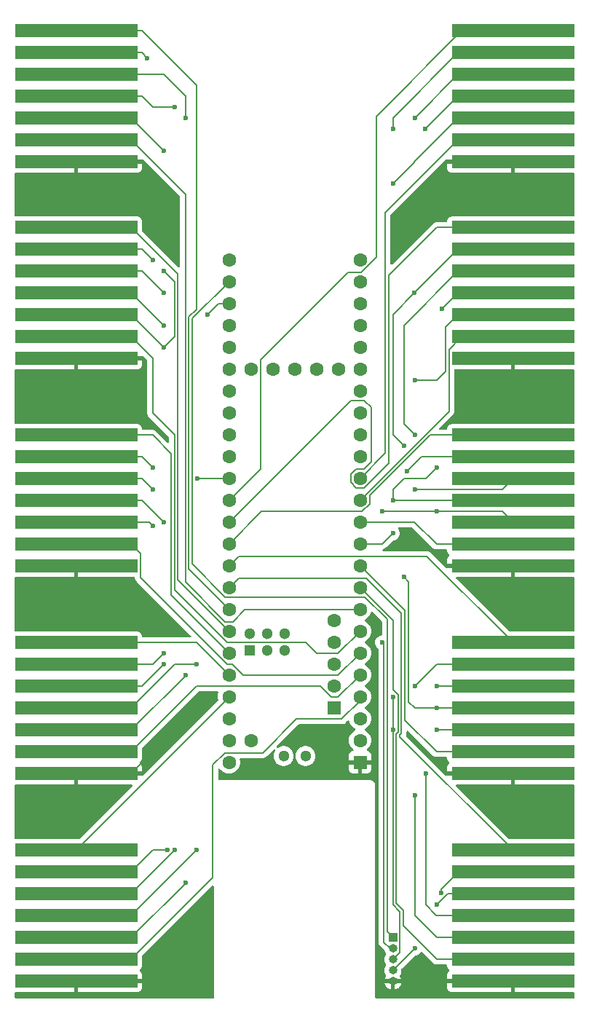
<source format=gbr>
%TF.GenerationSoftware,KiCad,Pcbnew,8.0.4*%
%TF.CreationDate,2024-11-18T10:24:52-08:00*%
%TF.ProjectId,Mother,4d6f7468-6572-42e6-9b69-6361645f7063,rev?*%
%TF.SameCoordinates,Original*%
%TF.FileFunction,Copper,L1,Top*%
%TF.FilePolarity,Positive*%
%FSLAX46Y46*%
G04 Gerber Fmt 4.6, Leading zero omitted, Abs format (unit mm)*
G04 Created by KiCad (PCBNEW 8.0.4) date 2024-11-18 10:24:52*
%MOMM*%
%LPD*%
G01*
G04 APERTURE LIST*
%TA.AperFunction,ConnectorPad*%
%ADD10R,14.300000X1.500000*%
%TD*%
%TA.AperFunction,ComponentPad*%
%ADD11R,1.000000X1.000000*%
%TD*%
%TA.AperFunction,ComponentPad*%
%ADD12O,1.000000X1.000000*%
%TD*%
%TA.AperFunction,ComponentPad*%
%ADD13R,1.600000X1.600000*%
%TD*%
%TA.AperFunction,ComponentPad*%
%ADD14C,1.600000*%
%TD*%
%TA.AperFunction,ComponentPad*%
%ADD15R,1.300000X1.300000*%
%TD*%
%TA.AperFunction,ComponentPad*%
%ADD16C,1.300000*%
%TD*%
%TA.AperFunction,ViaPad*%
%ADD17C,0.600000*%
%TD*%
%TA.AperFunction,Conductor*%
%ADD18C,0.200000*%
%TD*%
G04 APERTURE END LIST*
D10*
%TO.P,Channel7,1,Pin_1*%
%TO.N,OUT 7*%
X99695000Y-77470000D03*
%TO.P,Channel7,2,Pin_2*%
%TO.N,Vss*%
X99695000Y-80010000D03*
%TO.P,Channel7,3,Pin_3*%
%TO.N,Vdd*%
X99695000Y-82550000D03*
%TO.P,Channel7,4,Pin_4*%
%TO.N,SDI*%
X99695000Y-85090000D03*
%TO.P,Channel7,5,Pin_5*%
%TO.N,CKL*%
X99695000Y-87630000D03*
%TO.P,Channel7,6,Pin_6*%
%TO.N,CS 7*%
X99695000Y-90170000D03*
%TO.P,Channel7,7,Pin_7*%
%TO.N,GND*%
X99695000Y-92710000D03*
%TD*%
D11*
%TO.P,J1,1,Pin_1*%
%TO.N,GPIO14_TXD0*%
X136525000Y-160020000D03*
D12*
%TO.P,J1,2,Pin_2*%
%TO.N,GPIO15_RXD0*%
X136525000Y-161290000D03*
%TO.P,J1,3,Pin_3*%
%TO.N,Vss*%
X136525000Y-162560000D03*
%TO.P,J1,4,Pin_4*%
%TO.N,Vdd*%
X136525000Y-163830000D03*
%TO.P,J1,5,Pin_5*%
%TO.N,GND*%
X136525000Y-165100000D03*
%TD*%
D10*
%TO.P,Channel9,1,Pin_1*%
%TO.N,OUT 9*%
X99695000Y-125730000D03*
%TO.P,Channel9,2,Pin_2*%
%TO.N,Vss*%
X99695000Y-128270000D03*
%TO.P,Channel9,3,Pin_3*%
%TO.N,Vdd*%
X99695000Y-130810000D03*
%TO.P,Channel9,4,Pin_4*%
%TO.N,SDI*%
X99695000Y-133350000D03*
%TO.P,Channel9,5,Pin_5*%
%TO.N,CKL*%
X99695000Y-135890000D03*
%TO.P,Channel9,6,Pin_6*%
%TO.N,CS 9*%
X99695000Y-138430000D03*
%TO.P,Channel9,7,Pin_7*%
%TO.N,GND*%
X99695000Y-140970000D03*
%TD*%
%TO.P,Channel1,1,Pin_1*%
%TO.N,OUT 1*%
X150495000Y-54610000D03*
%TO.P,Channel1,2,Pin_2*%
%TO.N,Vss*%
X150495000Y-57150000D03*
%TO.P,Channel1,3,Pin_3*%
%TO.N,Vdd*%
X150495000Y-59690000D03*
%TO.P,Channel1,4,Pin_4*%
%TO.N,SDI*%
X150495000Y-62230000D03*
%TO.P,Channel1,5,Pin_5*%
%TO.N,CKL*%
X150495000Y-64770000D03*
%TO.P,Channel1,6,Pin_6*%
%TO.N,CS 1*%
X150495000Y-67310000D03*
%TO.P,Channel1,7,Pin_7*%
%TO.N,GND*%
X150495000Y-69850000D03*
%TD*%
%TO.P,Channel5,1,Pin_1*%
%TO.N,OUT 5*%
X150495000Y-149860000D03*
%TO.P,Channel5,2,Pin_2*%
%TO.N,Vss*%
X150495000Y-152400000D03*
%TO.P,Channel5,3,Pin_3*%
%TO.N,Vdd*%
X150495000Y-154940000D03*
%TO.P,Channel5,4,Pin_4*%
%TO.N,SDI*%
X150495000Y-157480000D03*
%TO.P,Channel5,5,Pin_5*%
%TO.N,CKL*%
X150495000Y-160020000D03*
%TO.P,Channel5,6,Pin_6*%
%TO.N,CS 5*%
X150495000Y-162560000D03*
%TO.P,Channel5,7,Pin_7*%
%TO.N,GND*%
X150495000Y-165100000D03*
%TD*%
%TO.P,Channel10,1,Pin_1*%
%TO.N,OUT 10*%
X99695000Y-149860000D03*
%TO.P,Channel10,2,Pin_2*%
%TO.N,Vss*%
X99695000Y-152400000D03*
%TO.P,Channel10,3,Pin_3*%
%TO.N,Vdd*%
X99695000Y-154940000D03*
%TO.P,Channel10,4,Pin_4*%
%TO.N,SDI*%
X99695000Y-157480000D03*
%TO.P,Channel10,5,Pin_5*%
%TO.N,CKL*%
X99695000Y-160020000D03*
%TO.P,Channel10,6,Pin_6*%
%TO.N,CS 10*%
X99695000Y-162560000D03*
%TO.P,Channel10,7,Pin_7*%
%TO.N,GND*%
X99695000Y-165100000D03*
%TD*%
%TO.P,Channel6,1,Pin_1*%
%TO.N,OUT 6*%
X99695000Y-54610000D03*
%TO.P,Channel6,2,Pin_2*%
%TO.N,Vss*%
X99695000Y-57150000D03*
%TO.P,Channel6,3,Pin_3*%
%TO.N,Vdd*%
X99695000Y-59690000D03*
%TO.P,Channel6,4,Pin_4*%
%TO.N,SDI*%
X99695000Y-62230000D03*
%TO.P,Channel6,5,Pin_5*%
%TO.N,CKL*%
X99695000Y-64770000D03*
%TO.P,Channel6,6,Pin_6*%
%TO.N,CS 6*%
X99695000Y-67310000D03*
%TO.P,Channel6,7,Pin_7*%
%TO.N,GND*%
X99695000Y-69850000D03*
%TD*%
%TO.P,Channel2,1,Pin_1*%
%TO.N,OUT 2*%
X150495000Y-77470000D03*
%TO.P,Channel2,2,Pin_2*%
%TO.N,Vss*%
X150495000Y-80010000D03*
%TO.P,Channel2,3,Pin_3*%
%TO.N,Vdd*%
X150495000Y-82550000D03*
%TO.P,Channel2,4,Pin_4*%
%TO.N,SDI*%
X150495000Y-85090000D03*
%TO.P,Channel2,5,Pin_5*%
%TO.N,CKL*%
X150495000Y-87630000D03*
%TO.P,Channel2,6,Pin_6*%
%TO.N,CS 2*%
X150495000Y-90170000D03*
%TO.P,Channel2,7,Pin_7*%
%TO.N,GND*%
X150495000Y-92710000D03*
%TD*%
%TO.P,Channel8,1,Pin_1*%
%TO.N,OUT 8*%
X99695000Y-101600000D03*
%TO.P,Channel8,2,Pin_2*%
%TO.N,Vss*%
X99695000Y-104140000D03*
%TO.P,Channel8,3,Pin_3*%
%TO.N,Vdd*%
X99695000Y-106680000D03*
%TO.P,Channel8,4,Pin_4*%
%TO.N,SDI*%
X99695000Y-109220000D03*
%TO.P,Channel8,5,Pin_5*%
%TO.N,CKL*%
X99695000Y-111760000D03*
%TO.P,Channel8,6,Pin_6*%
%TO.N,CS 8*%
X99695000Y-114300000D03*
%TO.P,Channel8,7,Pin_7*%
%TO.N,GND*%
X99695000Y-116840000D03*
%TD*%
%TO.P,Channel4,1,Pin_1*%
%TO.N,OUT 4*%
X150495000Y-125730000D03*
%TO.P,Channel4,2,Pin_2*%
%TO.N,Vss*%
X150495000Y-128270000D03*
%TO.P,Channel4,3,Pin_3*%
%TO.N,Vdd*%
X150495000Y-130810000D03*
%TO.P,Channel4,4,Pin_4*%
%TO.N,SDI*%
X150495000Y-133350000D03*
%TO.P,Channel4,5,Pin_5*%
%TO.N,CKL*%
X150495000Y-135890000D03*
%TO.P,Channel4,6,Pin_6*%
%TO.N,CS 4*%
X150495000Y-138430000D03*
%TO.P,Channel4,7,Pin_7*%
%TO.N,GND*%
X150495000Y-140970000D03*
%TD*%
D13*
%TO.P,U1,1,GND*%
%TO.N,GND*%
X132715000Y-139649200D03*
D14*
%TO.P,U1,2,0_RX1_CRX2_CS1*%
%TO.N,unconnected-(U1-0_RX1_CRX2_CS1-Pad2)*%
X132715000Y-137109200D03*
%TO.P,U1,3,1_TX1_CTX2_MISO1*%
%TO.N,unconnected-(U1-1_TX1_CTX2_MISO1-Pad3)*%
X132715000Y-134569200D03*
%TO.P,U1,4,2_OUT2*%
%TO.N,CS 10*%
X132715000Y-132029200D03*
%TO.P,U1,5,3_LRCLK2*%
%TO.N,CS 9*%
X132715000Y-129489200D03*
%TO.P,U1,6,4_BCLK2*%
%TO.N,CS 8*%
X132715000Y-126949200D03*
%TO.P,U1,7,5_IN2*%
%TO.N,CS 7*%
X132715000Y-124409200D03*
%TO.P,U1,8,6_OUT1D*%
%TO.N,CS 6*%
X132715000Y-121869200D03*
%TO.P,U1,9,7_RX2_OUT1A*%
%TO.N,CS 5*%
X132715000Y-119329200D03*
%TO.P,U1,10,8_TX2_IN1*%
%TO.N,CS 4*%
X132715000Y-116789200D03*
%TO.P,U1,11,9_OUT1C*%
%TO.N,SDI*%
X132715000Y-114249200D03*
%TO.P,U1,12,10_CS_MQSR*%
%TO.N,CS 3*%
X132715000Y-111709200D03*
%TO.P,U1,13,11_MOSI_CTX1*%
%TO.N,CS 2*%
X132715000Y-109169200D03*
%TO.P,U1,14,12_MISO_MQSL*%
%TO.N,CS 1*%
X132715000Y-106629200D03*
%TO.P,U1,15,3V3*%
%TO.N,unconnected-(U1-3V3-Pad15)*%
X132715000Y-104089200D03*
%TO.P,U1,16,24_A10_TX6_SCL2*%
%TO.N,unconnected-(U1-24_A10_TX6_SCL2-Pad16)*%
X132715000Y-101549200D03*
%TO.P,U1,17,25_A11_RX6_SDA2*%
%TO.N,unconnected-(U1-25_A11_RX6_SDA2-Pad17)*%
X132715000Y-99009200D03*
%TO.P,U1,18,26_A12_MOSI1*%
%TO.N,unconnected-(U1-26_A12_MOSI1-Pad18)*%
X132715000Y-96469200D03*
%TO.P,U1,19,27_A13_SCK1*%
%TO.N,unconnected-(U1-27_A13_SCK1-Pad19)*%
X132715000Y-93929200D03*
%TO.P,U1,20,28_RX7*%
%TO.N,unconnected-(U1-28_RX7-Pad20)*%
X132715000Y-91389200D03*
%TO.P,U1,21,29_TX7*%
%TO.N,unconnected-(U1-29_TX7-Pad21)*%
X132715000Y-88849200D03*
%TO.P,U1,22,30_CRX3*%
%TO.N,unconnected-(U1-30_CRX3-Pad22)*%
X132715000Y-86309200D03*
%TO.P,U1,23,31_CTX3*%
%TO.N,unconnected-(U1-31_CTX3-Pad23)*%
X132715000Y-83769200D03*
%TO.P,U1,24,32_OUT1B*%
%TO.N,unconnected-(U1-32_OUT1B-Pad24)*%
X132715000Y-81229200D03*
%TO.P,U1,25,33_MCLK2*%
%TO.N,unconnected-(U1-33_MCLK2-Pad25)*%
X117475000Y-81229200D03*
%TO.P,U1,26,34_RX8*%
%TO.N,GPIO14_TXD0*%
X117475000Y-83769200D03*
%TO.P,U1,27,35_TX8*%
%TO.N,GPIO15_RXD0*%
X117475000Y-86309200D03*
%TO.P,U1,28,36_CS*%
%TO.N,unconnected-(U1-36_CS-Pad28)*%
X117475000Y-88849200D03*
%TO.P,U1,29,37_CS*%
%TO.N,unconnected-(U1-37_CS-Pad29)*%
X117475000Y-91389200D03*
%TO.P,U1,30,38_CS1_IN1*%
%TO.N,unconnected-(U1-38_CS1_IN1-Pad30)*%
X117475000Y-93929200D03*
%TO.P,U1,31,39_MISO1_OUT1A*%
%TO.N,unconnected-(U1-39_MISO1_OUT1A-Pad31)*%
X117475000Y-96469200D03*
%TO.P,U1,32,40_A16*%
%TO.N,unconnected-(U1-40_A16-Pad32)*%
X117475000Y-99009200D03*
%TO.P,U1,33,41_A17*%
%TO.N,unconnected-(U1-41_A17-Pad33)*%
X117475000Y-101549200D03*
%TO.P,U1,34,GND*%
%TO.N,unconnected-(U1-GND-Pad34)*%
X117475000Y-104089200D03*
%TO.P,U1,35,13_SCK_LED*%
%TO.N,CKL*%
X117475000Y-106629200D03*
%TO.P,U1,36,14_A0_TX3_SPDIF_OUT*%
%TO.N,OUT 1*%
X117475000Y-109169200D03*
%TO.P,U1,37,15_A1_RX3_SPDIF_IN*%
%TO.N,OUT 2*%
X117475000Y-111709200D03*
%TO.P,U1,38,16_A2_RX4_SCL1*%
%TO.N,OUT 3*%
X117475000Y-114249200D03*
%TO.P,U1,39,17_A3_TX4_SDA1*%
%TO.N,OUT 4*%
X117475000Y-116789200D03*
%TO.P,U1,40,18_A4_SDA*%
%TO.N,OUT 5*%
X117475000Y-119329200D03*
%TO.P,U1,41,19_A5_SCL*%
%TO.N,OUT 6*%
X117475000Y-121869200D03*
%TO.P,U1,42,20_A6_TX5_LRCLK1*%
%TO.N,OUT 7*%
X117475000Y-124409200D03*
%TO.P,U1,43,21_A7_RX5_BCLK1*%
%TO.N,OUT 8*%
X117475000Y-126949200D03*
%TO.P,U1,44,22_A8_CTX1*%
%TO.N,OUT 9*%
X117475000Y-129489200D03*
%TO.P,U1,45,23_A9_CRX1_MCLK1*%
%TO.N,OUT 10*%
X117475000Y-132029200D03*
%TO.P,U1,46,3V3*%
%TO.N,unconnected-(U1-3V3-Pad46)*%
X117475000Y-134569200D03*
%TO.P,U1,47,GND*%
%TO.N,unconnected-(U1-GND-Pad47)*%
X117475000Y-137109200D03*
%TO.P,U1,48,VIN*%
%TO.N,unconnected-(U1-VIN-Pad48)*%
X117475000Y-139649200D03*
%TO.P,U1,49*%
%TO.N,N/C*%
X120015000Y-137109200D03*
%TO.P,U1,50*%
X130175000Y-93929200D03*
%TO.P,U1,51*%
X127635000Y-93929200D03*
%TO.P,U1,52*%
X125095000Y-93929200D03*
%TO.P,U1,53*%
X122555000Y-93929200D03*
%TO.P,U1,54*%
X120015000Y-93929200D03*
D13*
%TO.P,U1,55*%
X129664200Y-133350000D03*
D14*
%TO.P,U1,56*%
X129664200Y-130810000D03*
%TO.P,U1,57*%
X129664200Y-128270000D03*
%TO.P,U1,58*%
X129664200Y-125730000D03*
%TO.P,U1,59*%
X129664200Y-123190000D03*
D15*
%TO.P,U1,60*%
X119913400Y-126679200D03*
D16*
%TO.P,U1,61*%
X121913400Y-126679200D03*
%TO.P,U1,62*%
X123913400Y-126679200D03*
%TO.P,U1,63*%
X123913400Y-124679200D03*
%TO.P,U1,64*%
X121913400Y-124679200D03*
%TO.P,U1,65*%
X119913400Y-124679200D03*
%TO.P,U1,66*%
X123825000Y-138919200D03*
%TO.P,U1,67*%
X126365000Y-138919200D03*
%TD*%
D10*
%TO.P,Channel3,1,Pin_1*%
%TO.N,OUT 3*%
X150495000Y-101600000D03*
%TO.P,Channel3,2,Pin_2*%
%TO.N,Vss*%
X150495000Y-104140000D03*
%TO.P,Channel3,3,Pin_3*%
%TO.N,Vdd*%
X150495000Y-106680000D03*
%TO.P,Channel3,4,Pin_4*%
%TO.N,SDI*%
X150495000Y-109220000D03*
%TO.P,Channel3,5,Pin_5*%
%TO.N,CKL*%
X150495000Y-111760000D03*
%TO.P,Channel3,6,Pin_6*%
%TO.N,CS 3*%
X150495000Y-114300000D03*
%TO.P,Channel3,7,Pin_7*%
%TO.N,GND*%
X150495000Y-116840000D03*
%TD*%
D17*
%TO.N,Vdd*%
X111125000Y-149860000D03*
X141605000Y-130810000D03*
X139065000Y-101600000D03*
X112395000Y-64770000D03*
X141605000Y-156210000D03*
X139065000Y-161290000D03*
X109855000Y-85090000D03*
X108585000Y-107950000D03*
X109855000Y-128270000D03*
X139065000Y-107950000D03*
X139065000Y-64720000D03*
%TO.N,CKL*%
X139065000Y-95250000D03*
X139065000Y-143510000D03*
X135255000Y-110490000D03*
X112395000Y-153670000D03*
X141605000Y-135890000D03*
X141605000Y-110490000D03*
X109855000Y-82550000D03*
X136525000Y-72390000D03*
X113795000Y-106680000D03*
X112395000Y-129540000D03*
X108585000Y-112181471D03*
X109855000Y-91440000D03*
X109855000Y-68580000D03*
%TO.N,GND*%
X115570000Y-132080000D03*
X110490000Y-162560000D03*
X152400000Y-144780000D03*
X99060000Y-121920000D03*
X125730000Y-135890000D03*
X99060000Y-97790000D03*
X100330000Y-144780000D03*
X134620000Y-139700000D03*
X152400000Y-120650000D03*
X99060000Y-73660000D03*
X151130000Y-73660000D03*
X140970000Y-165100000D03*
X151130000Y-96520000D03*
%TO.N,SDI*%
X140335000Y-140970000D03*
X136525000Y-109220000D03*
X113665000Y-128270000D03*
X136525000Y-113030000D03*
X141605000Y-133350000D03*
X142215000Y-86970000D03*
X140310000Y-66015000D03*
X111125000Y-63500000D03*
X109855000Y-88900000D03*
X137795000Y-118110000D03*
X113665000Y-149860000D03*
X109855000Y-111760000D03*
X141605000Y-105410000D03*
%TO.N,Vss*%
X139065000Y-130810000D03*
X109855000Y-127000000D03*
X108585000Y-105410000D03*
X139040000Y-85065000D03*
X138206765Y-105821765D03*
X136525000Y-132080000D03*
X136525000Y-135890000D03*
X142115735Y-154850735D03*
X136525000Y-66040000D03*
X107950000Y-57785000D03*
X110276471Y-149860000D03*
X108585000Y-81280000D03*
X137795000Y-102870000D03*
%TO.N,GPIO15_RXD0*%
X114935000Y-87630000D03*
X135255000Y-125730000D03*
%TD*%
D18*
%TO.N,Vdd*%
X149225000Y-107950000D02*
X150495000Y-106680000D01*
X139065000Y-161290000D02*
X136525000Y-163830000D01*
X142875000Y-154940000D02*
X150495000Y-154940000D01*
X144095000Y-82550000D02*
X150495000Y-82550000D01*
X137795000Y-88850000D02*
X144095000Y-82550000D01*
X144095000Y-59690000D02*
X150495000Y-59690000D01*
X106045000Y-154940000D02*
X111125000Y-149860000D01*
X99695000Y-130810000D02*
X107315000Y-130810000D01*
X112395000Y-64770000D02*
X112395000Y-62230000D01*
X139065000Y-101600000D02*
X137795000Y-100330000D01*
X109855000Y-59690000D02*
X99695000Y-59690000D01*
X107315000Y-130810000D02*
X109855000Y-128270000D01*
X139065000Y-64720000D02*
X144095000Y-59690000D01*
X107315000Y-106680000D02*
X99695000Y-106680000D01*
X137795000Y-100330000D02*
X137795000Y-88850000D01*
X99695000Y-82550000D02*
X107315000Y-82550000D01*
X139065000Y-107950000D02*
X149225000Y-107950000D01*
X108585000Y-107950000D02*
X107315000Y-106680000D01*
X141605000Y-130810000D02*
X150495000Y-130810000D01*
X107315000Y-82550000D02*
X109855000Y-85090000D01*
X112395000Y-62230000D02*
X109855000Y-59690000D01*
X141605000Y-156210000D02*
X142875000Y-154940000D01*
X99695000Y-154940000D02*
X106045000Y-154940000D01*
%TO.N,OUT 1*%
X134585000Y-64560000D02*
X134585000Y-80914835D01*
X150495000Y-54610000D02*
X144535000Y-54610000D01*
X144535000Y-54610000D02*
X134585000Y-64560000D01*
X134585000Y-80914835D02*
X132830635Y-82669200D01*
X132830635Y-82669200D02*
X131325800Y-82669200D01*
X121115000Y-105529200D02*
X117475000Y-109169200D01*
X131325800Y-82669200D02*
X121115000Y-92880000D01*
X121115000Y-92880000D02*
X121115000Y-105529200D01*
%TO.N,CS 1*%
X135655000Y-75750000D02*
X135655000Y-103689200D01*
X150495000Y-67310000D02*
X144095000Y-67310000D01*
X144095000Y-67310000D02*
X135655000Y-75750000D01*
X135655000Y-103689200D02*
X132715000Y-106629200D01*
%TO.N,CKL*%
X106095000Y-160020000D02*
X112395000Y-153720000D01*
X106095000Y-135890000D02*
X99695000Y-135890000D01*
X144095000Y-87630000D02*
X150495000Y-87630000D01*
X141605000Y-135890000D02*
X150495000Y-135890000D01*
X142645000Y-94210000D02*
X142645000Y-89080000D01*
X112395000Y-129540000D02*
X112395000Y-129590000D01*
X142645000Y-89080000D02*
X144095000Y-87630000D01*
X99695000Y-160020000D02*
X106095000Y-160020000D01*
X136525000Y-72390000D02*
X139015000Y-69900000D01*
X117424200Y-106680000D02*
X117475000Y-106629200D01*
X141605000Y-160020000D02*
X150495000Y-160020000D01*
X108585000Y-112181471D02*
X108163529Y-111760000D01*
X113795000Y-106680000D02*
X117424200Y-106680000D01*
X139065000Y-143510000D02*
X139065000Y-157480000D01*
X139065000Y-95250000D02*
X141605000Y-95250000D01*
X139065000Y-157480000D02*
X141605000Y-160020000D01*
X99695000Y-64770000D02*
X106045000Y-64770000D01*
X108163529Y-111760000D02*
X99695000Y-111760000D01*
X139015000Y-69850000D02*
X144095000Y-64770000D01*
X150495000Y-111760000D02*
X149225000Y-110490000D01*
X109855000Y-91440000D02*
X111125000Y-90170000D01*
X112395000Y-129590000D02*
X106095000Y-135890000D01*
X106045000Y-87630000D02*
X99695000Y-87630000D01*
X139015000Y-69900000D02*
X139015000Y-69850000D01*
X106045000Y-64770000D02*
X109855000Y-68580000D01*
X111125000Y-83820000D02*
X109855000Y-82550000D01*
X149225000Y-110490000D02*
X135255000Y-110490000D01*
X141605000Y-95250000D02*
X142645000Y-94210000D01*
X112395000Y-153720000D02*
X112395000Y-153670000D01*
X111125000Y-90170000D02*
X111125000Y-83820000D01*
X109855000Y-91440000D02*
X106045000Y-87630000D01*
X144095000Y-64770000D02*
X150495000Y-64770000D01*
%TO.N,GND*%
X150495000Y-92710000D02*
X150495000Y-95885000D01*
X150495000Y-142875000D02*
X152400000Y-144780000D01*
X99695000Y-165100000D02*
X107950000Y-165100000D01*
X150495000Y-73025000D02*
X151130000Y-73660000D01*
X100330000Y-144780000D02*
X100330000Y-143510000D01*
X134569200Y-139649200D02*
X134620000Y-139700000D01*
X100330000Y-143510000D02*
X99695000Y-142875000D01*
X99060000Y-97790000D02*
X99695000Y-97155000D01*
X150495000Y-69850000D02*
X150495000Y-73025000D01*
X150495000Y-116840000D02*
X150495000Y-118745000D01*
X99695000Y-121285000D02*
X99695000Y-116840000D01*
X99695000Y-69850000D02*
X99695000Y-73025000D01*
X129489200Y-139649200D02*
X132715000Y-139649200D01*
X125730000Y-135890000D02*
X129489200Y-139649200D01*
X99695000Y-73025000D02*
X99060000Y-73660000D01*
X150495000Y-165100000D02*
X140970000Y-165100000D01*
X150495000Y-118745000D02*
X152400000Y-120650000D01*
X99695000Y-142875000D02*
X99695000Y-140970000D01*
X150495000Y-95885000D02*
X151130000Y-96520000D01*
X132715000Y-139649200D02*
X134569200Y-139649200D01*
X150495000Y-140970000D02*
X150495000Y-142875000D01*
X99695000Y-140970000D02*
X106095000Y-140970000D01*
X99060000Y-121920000D02*
X99695000Y-121285000D01*
X106095000Y-140970000D02*
X114985000Y-132080000D01*
X114985000Y-132080000D02*
X115570000Y-132080000D01*
X99695000Y-97155000D02*
X99695000Y-92710000D01*
X107950000Y-165100000D02*
X110490000Y-162560000D01*
%TO.N,SDI*%
X144095000Y-85090000D02*
X150495000Y-85090000D01*
X142215000Y-86970000D02*
X144095000Y-85090000D01*
X107315000Y-62230000D02*
X99695000Y-62230000D01*
X150495000Y-157480000D02*
X141592500Y-157480000D01*
X140335000Y-156222500D02*
X140335000Y-140970000D01*
X141605000Y-133350000D02*
X139065000Y-133350000D01*
X136525000Y-113030000D02*
X135305800Y-114249200D01*
X135305800Y-114249200D02*
X132715000Y-114249200D01*
X140310000Y-66015000D02*
X144095000Y-62230000D01*
X137795000Y-106680000D02*
X136525000Y-107950000D01*
X106045000Y-133350000D02*
X99695000Y-133350000D01*
X141605000Y-105410000D02*
X140335000Y-106680000D01*
X106045000Y-85090000D02*
X109855000Y-88900000D01*
X141605000Y-133350000D02*
X150495000Y-133350000D01*
X109855000Y-111760000D02*
X107315000Y-109220000D01*
X111125000Y-63500000D02*
X108585000Y-63500000D01*
X108585000Y-63500000D02*
X107315000Y-62230000D01*
X111125000Y-128270000D02*
X106045000Y-133350000D01*
X107315000Y-109220000D02*
X99695000Y-109220000D01*
X136525000Y-107950000D02*
X136525000Y-109220000D01*
X113665000Y-128270000D02*
X111125000Y-128270000D01*
X99695000Y-85090000D02*
X106045000Y-85090000D01*
X140335000Y-106680000D02*
X137795000Y-106680000D01*
X139065000Y-133350000D02*
X138325000Y-132610000D01*
X99695000Y-157480000D02*
X106045000Y-157480000D01*
X144095000Y-62230000D02*
X150495000Y-62230000D01*
X141592500Y-157480000D02*
X140335000Y-156222500D01*
X138325000Y-132610000D02*
X138325000Y-118640000D01*
X106045000Y-157480000D02*
X113665000Y-149860000D01*
X150495000Y-109220000D02*
X136525000Y-109220000D01*
X138325000Y-118640000D02*
X137795000Y-118110000D01*
%TO.N,Vss*%
X107315000Y-57150000D02*
X99695000Y-57150000D01*
X136525000Y-87580000D02*
X139040000Y-85065000D01*
X108585000Y-149860000D02*
X106045000Y-152400000D01*
X139888530Y-104140000D02*
X150495000Y-104140000D01*
X99695000Y-104140000D02*
X107315000Y-104140000D01*
X107315000Y-80010000D02*
X99695000Y-80010000D01*
X106045000Y-152400000D02*
X99695000Y-152400000D01*
X136525000Y-156210000D02*
X137325000Y-157010000D01*
X144095000Y-80010000D02*
X150495000Y-80010000D01*
X141605000Y-128270000D02*
X150495000Y-128270000D01*
X139040000Y-85065000D02*
X144095000Y-80010000D01*
X138206765Y-105821765D02*
X139888530Y-104140000D01*
X108585000Y-128270000D02*
X109855000Y-127000000D01*
X150495000Y-57150000D02*
X144095000Y-57150000D01*
X137325000Y-157010000D02*
X137325000Y-161760000D01*
X136525000Y-64720000D02*
X136525000Y-66040000D01*
X108585000Y-81280000D02*
X107315000Y-80010000D01*
X139065000Y-130810000D02*
X141605000Y-128270000D01*
X144095000Y-57150000D02*
X136525000Y-64720000D01*
X136525000Y-132080000D02*
X136525000Y-135890000D01*
X142115735Y-154850735D02*
X142115735Y-154429265D01*
X107950000Y-57785000D02*
X107315000Y-57150000D01*
X136525000Y-101600000D02*
X136525000Y-87580000D01*
X142115735Y-154429265D02*
X144145000Y-152400000D01*
X110276471Y-149860000D02*
X108585000Y-149860000D01*
X107315000Y-104140000D02*
X108585000Y-105410000D01*
X144145000Y-152400000D02*
X150495000Y-152400000D01*
X99695000Y-128270000D02*
X108585000Y-128270000D01*
X136525000Y-135890000D02*
X136525000Y-156210000D01*
X137325000Y-161760000D02*
X136525000Y-162560000D01*
X137795000Y-102870000D02*
X136525000Y-101600000D01*
%TO.N,OUT 2*%
X133985000Y-98383565D02*
X133170635Y-97569200D01*
X133170635Y-105529200D02*
X133985000Y-104714835D01*
X132259365Y-105529200D02*
X133170635Y-105529200D01*
X141605000Y-77470000D02*
X136055000Y-83020000D01*
X133985000Y-104714835D02*
X133985000Y-98383565D01*
X133170635Y-97569200D02*
X131615000Y-97569200D01*
X136055000Y-83020000D02*
X136055000Y-104844835D01*
X150495000Y-77470000D02*
X141605000Y-77470000D01*
X131615000Y-106173565D02*
X132259365Y-105529200D01*
X132259365Y-107729200D02*
X131615000Y-107084835D01*
X131615000Y-107084835D02*
X131615000Y-106173565D01*
X136055000Y-104844835D02*
X133170635Y-107729200D01*
X131615000Y-97569200D02*
X117475000Y-111709200D01*
X133170635Y-107729200D02*
X132259365Y-107729200D01*
%TO.N,CS 2*%
X143045000Y-98839200D02*
X132715000Y-109169200D01*
X143045000Y-91660000D02*
X143045000Y-98839200D01*
X144535000Y-90170000D02*
X143045000Y-91660000D01*
X150495000Y-90170000D02*
X144535000Y-90170000D01*
%TO.N,CS 3*%
X141605000Y-114300000D02*
X139014200Y-111709200D01*
X150495000Y-114300000D02*
X141605000Y-114300000D01*
X139014200Y-111709200D02*
X132715000Y-111709200D01*
%TO.N,OUT 3*%
X132949835Y-110490000D02*
X121234200Y-110490000D01*
X133815000Y-108634886D02*
X133815000Y-109624835D01*
X140849886Y-101600000D02*
X133815000Y-108634886D01*
X133815000Y-109624835D02*
X132949835Y-110490000D01*
X150495000Y-101600000D02*
X140849886Y-101600000D01*
X121234200Y-110490000D02*
X117475000Y-114249200D01*
%TO.N,CS 5*%
X136525000Y-123139200D02*
X132715000Y-119329200D01*
X137125000Y-136138529D02*
X137125000Y-131831471D01*
X137725000Y-158680000D02*
X137725000Y-156844314D01*
X141605000Y-162560000D02*
X137725000Y-158680000D01*
X136925000Y-156044314D02*
X136925000Y-136338529D01*
X137725000Y-156844314D02*
X136925000Y-156044314D01*
X150495000Y-162560000D02*
X141605000Y-162560000D01*
X137125000Y-131831471D02*
X136525000Y-131231471D01*
X136925000Y-136338529D02*
X137125000Y-136138529D01*
X136525000Y-131231471D02*
X136525000Y-123139200D01*
%TO.N,OUT 5*%
X137525000Y-122354314D02*
X133399886Y-118229200D01*
X118575000Y-118229200D02*
X117475000Y-119329200D01*
X137525000Y-136304215D02*
X137525000Y-122354314D01*
X137325000Y-136504215D02*
X137525000Y-136304215D01*
X150495000Y-149860000D02*
X137325000Y-136690000D01*
X133399886Y-118229200D02*
X118575000Y-118229200D01*
X137325000Y-136690000D02*
X137325000Y-136504215D01*
%TO.N,OUT 6*%
X107340000Y-54610000D02*
X99695000Y-54610000D01*
X112795000Y-117189200D02*
X112795000Y-87883514D01*
X117475000Y-121869200D02*
X112795000Y-117189200D01*
X113665000Y-60935000D02*
X107340000Y-54610000D01*
X112795000Y-87883514D02*
X113665000Y-87013514D01*
X113665000Y-87013514D02*
X113665000Y-60935000D01*
%TO.N,CS 6*%
X99695000Y-67310000D02*
X106095000Y-67310000D01*
X117930635Y-123309200D02*
X119319835Y-121920000D01*
X119319835Y-121920000D02*
X132664200Y-121920000D01*
X132664200Y-121920000D02*
X132715000Y-121869200D01*
X112395000Y-118684835D02*
X117019365Y-123309200D01*
X106095000Y-67310000D02*
X112395000Y-73610000D01*
X112395000Y-73610000D02*
X112395000Y-118684835D01*
X117019365Y-123309200D02*
X117930635Y-123309200D01*
%TO.N,OUT 7*%
X106095000Y-77470000D02*
X111525000Y-82900000D01*
X99695000Y-77470000D02*
X106095000Y-77470000D01*
X111525000Y-82900000D02*
X111525000Y-118459200D01*
X111525000Y-118459200D02*
X117475000Y-124409200D01*
%TO.N,CS 7*%
X117240165Y-125730000D02*
X111125000Y-119614835D01*
X122306903Y-125729200D02*
X117475800Y-125729200D01*
X123519897Y-125729200D02*
X123519097Y-125730000D01*
X111125000Y-119614835D02*
X111125000Y-101600000D01*
X108585000Y-92660000D02*
X106095000Y-90170000D01*
X117475000Y-125730000D02*
X117240165Y-125730000D01*
X124306903Y-125729200D02*
X123519897Y-125729200D01*
X130124200Y-127000000D02*
X127635000Y-127000000D01*
X132715000Y-124409200D02*
X130124200Y-127000000D01*
X111125000Y-101600000D02*
X108585000Y-99060000D01*
X117475800Y-125729200D02*
X117475000Y-125730000D01*
X126365000Y-125730000D02*
X124307703Y-125730000D01*
X106095000Y-90170000D02*
X99695000Y-90170000D01*
X124307703Y-125730000D02*
X124306903Y-125729200D01*
X108585000Y-99060000D02*
X108585000Y-92660000D01*
X122307703Y-125730000D02*
X122306903Y-125729200D01*
X127635000Y-127000000D02*
X126365000Y-125730000D01*
X123519097Y-125730000D02*
X122307703Y-125730000D01*
%TO.N,OUT 8*%
X99695000Y-101600000D02*
X108585000Y-101600000D01*
X108585000Y-101600000D02*
X110725000Y-103740000D01*
X110725000Y-103740000D02*
X110725000Y-120199200D01*
X110725000Y-120199200D02*
X117475000Y-126949200D01*
%TO.N,CS 8*%
X130124200Y-129540000D02*
X132715000Y-126949200D01*
X106095000Y-114300000D02*
X107145000Y-115350000D01*
X99695000Y-114300000D02*
X106095000Y-114300000D01*
X117811435Y-128270000D02*
X119081435Y-129540000D01*
X107145000Y-115350000D02*
X107145000Y-118174835D01*
X107145000Y-118174835D02*
X117240165Y-128270000D01*
X119081435Y-129540000D02*
X130124200Y-129540000D01*
X117240165Y-128270000D02*
X117811435Y-128270000D01*
%TO.N,OUT 9*%
X99695000Y-125730000D02*
X113715800Y-125730000D01*
X113715800Y-125730000D02*
X117475000Y-129489200D01*
%TO.N,CS 9*%
X106095000Y-138430000D02*
X113715000Y-130810000D01*
X129378565Y-132080000D02*
X130124200Y-132080000D01*
X128108565Y-130810000D02*
X129378565Y-132080000D01*
X113715000Y-130810000D02*
X128108565Y-130810000D01*
X99695000Y-138430000D02*
X106095000Y-138430000D01*
X130124200Y-132080000D02*
X132715000Y-129489200D01*
%TO.N,OUT 10*%
X99695000Y-149860000D02*
X99695000Y-149809200D01*
X99695000Y-149809200D02*
X117475000Y-132029200D01*
%TO.N,CS 10*%
X115605000Y-139963565D02*
X117019365Y-138549200D01*
X117019365Y-138549200D02*
X121404200Y-138549200D01*
X125333400Y-134620000D02*
X130594200Y-134620000D01*
X115605000Y-153050000D02*
X115605000Y-139963565D01*
X106095000Y-162560000D02*
X115605000Y-153050000D01*
X130594200Y-134620000D02*
X132715000Y-132499200D01*
X132715000Y-132499200D02*
X132715000Y-132029200D01*
X121404200Y-138549200D02*
X125333400Y-134620000D01*
X99695000Y-162560000D02*
X106095000Y-162560000D01*
%TO.N,GPIO15_RXD0*%
X117475000Y-86309200D02*
X116255800Y-86309200D01*
X135455000Y-125930000D02*
X135455000Y-160550000D01*
X136195000Y-161290000D02*
X136525000Y-161290000D01*
X135455000Y-160550000D02*
X136195000Y-161290000D01*
X135255000Y-125730000D02*
X135455000Y-125930000D01*
X116255800Y-86309200D02*
X114935000Y-87630000D01*
%TO.N,GPIO14_TXD0*%
X135855000Y-123034886D02*
X133249314Y-120429200D01*
X136525000Y-160020000D02*
X135855000Y-159350000D01*
X117019365Y-120429200D02*
X113195000Y-116604835D01*
X133249314Y-120429200D02*
X117019365Y-120429200D01*
X113195000Y-116604835D02*
X113195000Y-88049200D01*
X135855000Y-159350000D02*
X135855000Y-123034886D01*
X113195000Y-88049200D02*
X117475000Y-83769200D01*
%TO.N,CS 4*%
X141605000Y-138430000D02*
X137925000Y-134750000D01*
X137925000Y-134750000D02*
X137925000Y-121999200D01*
X137925000Y-121999200D02*
X132715000Y-116789200D01*
X150495000Y-138430000D02*
X141605000Y-138430000D01*
%TO.N,OUT 4*%
X118575000Y-115689200D02*
X117475000Y-116789200D01*
X150495000Y-125730000D02*
X140454200Y-115689200D01*
X140454200Y-115689200D02*
X118575000Y-115689200D01*
%TD*%
%TA.AperFunction,Conductor*%
%TO.N,GND*%
G36*
X115623834Y-153982914D02*
G01*
X115679767Y-154024786D01*
X115704184Y-154090250D01*
X115704500Y-154099096D01*
X115704500Y-167015500D01*
X115684815Y-167082539D01*
X115632011Y-167128294D01*
X115580500Y-167139500D01*
X92699500Y-167139500D01*
X92632461Y-167119815D01*
X92586706Y-167067011D01*
X92575500Y-167015500D01*
X92575500Y-166474000D01*
X92595185Y-166406961D01*
X92647989Y-166361206D01*
X92699500Y-166350000D01*
X99445000Y-166350000D01*
X99945000Y-166350000D01*
X106892828Y-166350000D01*
X106892844Y-166349999D01*
X106952372Y-166343598D01*
X106952379Y-166343596D01*
X107087086Y-166293354D01*
X107087093Y-166293350D01*
X107202187Y-166207190D01*
X107202190Y-166207187D01*
X107288350Y-166092093D01*
X107288354Y-166092086D01*
X107338596Y-165957379D01*
X107338598Y-165957372D01*
X107344999Y-165897844D01*
X107345000Y-165897827D01*
X107345000Y-165350000D01*
X99945000Y-165350000D01*
X99945000Y-166350000D01*
X99445000Y-166350000D01*
X99445000Y-164974000D01*
X99464685Y-164906961D01*
X99517489Y-164861206D01*
X99569000Y-164850000D01*
X107345000Y-164850000D01*
X107345000Y-164302172D01*
X107344999Y-164302155D01*
X107338598Y-164242627D01*
X107338596Y-164242620D01*
X107288354Y-164107913D01*
X107288350Y-164107906D01*
X107202190Y-163992813D01*
X107117721Y-163929579D01*
X107075850Y-163873645D01*
X107070866Y-163803953D01*
X107104351Y-163742630D01*
X107117712Y-163731052D01*
X107202546Y-163667546D01*
X107288796Y-163552331D01*
X107339091Y-163417483D01*
X107345500Y-163357873D01*
X107345499Y-162210095D01*
X107365184Y-162143057D01*
X107381813Y-162122420D01*
X115492821Y-154011413D01*
X115554142Y-153977930D01*
X115623834Y-153982914D01*
G37*
%TD.AperFunction*%
%TA.AperFunction,Conductor*%
G36*
X134127609Y-122169292D02*
G01*
X134166479Y-122195600D01*
X135218181Y-123247302D01*
X135251666Y-123308625D01*
X135254500Y-123334983D01*
X135254500Y-124813677D01*
X135234815Y-124880716D01*
X135182011Y-124926471D01*
X135144384Y-124936897D01*
X135075750Y-124944630D01*
X134905478Y-125004210D01*
X134752737Y-125100184D01*
X134625184Y-125227737D01*
X134529211Y-125380476D01*
X134469631Y-125550745D01*
X134469630Y-125550750D01*
X134449435Y-125729996D01*
X134449435Y-125730003D01*
X134469630Y-125909249D01*
X134469631Y-125909254D01*
X134529211Y-126079523D01*
X134590139Y-126176488D01*
X134625184Y-126232262D01*
X134752738Y-126359816D01*
X134796471Y-126387295D01*
X134842763Y-126439629D01*
X134854500Y-126492289D01*
X134854500Y-160463330D01*
X134854499Y-160463348D01*
X134854499Y-160629054D01*
X134854498Y-160629054D01*
X134895424Y-160781789D01*
X134895425Y-160781790D01*
X134913892Y-160813775D01*
X134913893Y-160813776D01*
X134974477Y-160918712D01*
X134974481Y-160918717D01*
X135093349Y-161037585D01*
X135093355Y-161037590D01*
X135515740Y-161459975D01*
X135546719Y-161511660D01*
X135596186Y-161674728D01*
X135689086Y-161848532D01*
X135692473Y-161853601D01*
X135690836Y-161854694D01*
X135714596Y-161910663D01*
X135702795Y-161979529D01*
X135692109Y-161996156D01*
X135692473Y-161996399D01*
X135689086Y-162001467D01*
X135596188Y-162175266D01*
X135538975Y-162363870D01*
X135519659Y-162560000D01*
X135538975Y-162756129D01*
X135596188Y-162944733D01*
X135689086Y-163118532D01*
X135692473Y-163123601D01*
X135690836Y-163124694D01*
X135714596Y-163180663D01*
X135702795Y-163249529D01*
X135692109Y-163266156D01*
X135692473Y-163266399D01*
X135689086Y-163271467D01*
X135596188Y-163445266D01*
X135538975Y-163633870D01*
X135519659Y-163830000D01*
X135538975Y-164026129D01*
X135596188Y-164214733D01*
X135689086Y-164388532D01*
X135692473Y-164393601D01*
X135690955Y-164394615D01*
X135714918Y-164451042D01*
X135703124Y-164519909D01*
X135692515Y-164536420D01*
X135692893Y-164536673D01*
X135689505Y-164541742D01*
X135596652Y-164715458D01*
X135555839Y-164849999D01*
X135555840Y-164850000D01*
X136315382Y-164850000D01*
X136264936Y-164900446D01*
X136222149Y-164974555D01*
X136200000Y-165057213D01*
X136200000Y-165142787D01*
X136222149Y-165225445D01*
X136264936Y-165299554D01*
X136325446Y-165360064D01*
X136399555Y-165402851D01*
X136482213Y-165425000D01*
X136567787Y-165425000D01*
X136650445Y-165402851D01*
X136724554Y-165360064D01*
X136785064Y-165299554D01*
X136827851Y-165225445D01*
X136850000Y-165142787D01*
X136850000Y-165057213D01*
X136827851Y-164974555D01*
X136785064Y-164900446D01*
X136734618Y-164850000D01*
X137494160Y-164850000D01*
X137494160Y-164849999D01*
X137453347Y-164715458D01*
X137360496Y-164541746D01*
X137357110Y-164536678D01*
X137358784Y-164535559D01*
X137335081Y-164479746D01*
X137346874Y-164410879D01*
X137357839Y-164393818D01*
X137357523Y-164393607D01*
X137360904Y-164388544D01*
X137360910Y-164388538D01*
X137453814Y-164214727D01*
X137511024Y-164026132D01*
X137530341Y-163830000D01*
X137522092Y-163746252D01*
X137535110Y-163677609D01*
X137557811Y-163646422D01*
X139083535Y-162120698D01*
X139144856Y-162087215D01*
X139157311Y-162085163D01*
X139244255Y-162075368D01*
X139414522Y-162015789D01*
X139567262Y-161919816D01*
X139694816Y-161792262D01*
X139725233Y-161743852D01*
X139777567Y-161697561D01*
X139846620Y-161686912D01*
X139910469Y-161715287D01*
X139917906Y-161722142D01*
X141236284Y-163040520D01*
X141236286Y-163040521D01*
X141236290Y-163040524D01*
X141371406Y-163118532D01*
X141373216Y-163119577D01*
X141525943Y-163160501D01*
X141525945Y-163160501D01*
X141691654Y-163160501D01*
X141691670Y-163160500D01*
X142720501Y-163160500D01*
X142787540Y-163180185D01*
X142833295Y-163232989D01*
X142844501Y-163284500D01*
X142844501Y-163357876D01*
X142850908Y-163417483D01*
X142901202Y-163552328D01*
X142901206Y-163552335D01*
X142987452Y-163667544D01*
X142987455Y-163667547D01*
X143072278Y-163731046D01*
X143114149Y-163786979D01*
X143119133Y-163856671D01*
X143085647Y-163917994D01*
X143072279Y-163929578D01*
X142987809Y-163992812D01*
X142901649Y-164107906D01*
X142901645Y-164107913D01*
X142851403Y-164242620D01*
X142851401Y-164242627D01*
X142845000Y-164302155D01*
X142845000Y-164850000D01*
X150621000Y-164850000D01*
X150688039Y-164869685D01*
X150733794Y-164922489D01*
X150745000Y-164974000D01*
X150745000Y-166350000D01*
X157490500Y-166350000D01*
X157557539Y-166369685D01*
X157603294Y-166422489D01*
X157614500Y-166474000D01*
X157614500Y-167015500D01*
X157594815Y-167082539D01*
X157542011Y-167128294D01*
X157490500Y-167139500D01*
X134609500Y-167139500D01*
X134542461Y-167119815D01*
X134496706Y-167067011D01*
X134485500Y-167015500D01*
X134485500Y-165350000D01*
X135555840Y-165350000D01*
X135596652Y-165484541D01*
X135689503Y-165658253D01*
X135689507Y-165658260D01*
X135814471Y-165810528D01*
X135966739Y-165935491D01*
X136140465Y-166028349D01*
X136275000Y-166069159D01*
X136775000Y-166069159D01*
X136909534Y-166028349D01*
X137083260Y-165935491D01*
X137129133Y-165897844D01*
X142845000Y-165897844D01*
X142851401Y-165957372D01*
X142851403Y-165957379D01*
X142901645Y-166092086D01*
X142901649Y-166092093D01*
X142987809Y-166207187D01*
X142987812Y-166207190D01*
X143102906Y-166293350D01*
X143102913Y-166293354D01*
X143237620Y-166343596D01*
X143237627Y-166343598D01*
X143297155Y-166349999D01*
X143297172Y-166350000D01*
X150245000Y-166350000D01*
X150245000Y-165350000D01*
X142845000Y-165350000D01*
X142845000Y-165897844D01*
X137129133Y-165897844D01*
X137235528Y-165810528D01*
X137360492Y-165658260D01*
X137360496Y-165658253D01*
X137453347Y-165484541D01*
X137494160Y-165350000D01*
X136775000Y-165350000D01*
X136775000Y-166069159D01*
X136275000Y-166069159D01*
X136275000Y-165350000D01*
X135555840Y-165350000D01*
X134485500Y-165350000D01*
X134485500Y-142174110D01*
X134485500Y-142174108D01*
X134451392Y-142046814D01*
X134385500Y-141932686D01*
X134292314Y-141839500D01*
X134235250Y-141806554D01*
X134178187Y-141773608D01*
X134114539Y-141756554D01*
X134050892Y-141739500D01*
X134050891Y-141739500D01*
X116329500Y-141739500D01*
X116262461Y-141719815D01*
X116216706Y-141667011D01*
X116205500Y-141615500D01*
X116205500Y-140496797D01*
X116225185Y-140429758D01*
X116277989Y-140384003D01*
X116347147Y-140374059D01*
X116410703Y-140403084D01*
X116431071Y-140425668D01*
X116474953Y-140488339D01*
X116474957Y-140488344D01*
X116635858Y-140649245D01*
X116635861Y-140649247D01*
X116822266Y-140779768D01*
X117028504Y-140875939D01*
X117248308Y-140934835D01*
X117410230Y-140949001D01*
X117474998Y-140954668D01*
X117475000Y-140954668D01*
X117475002Y-140954668D01*
X117537511Y-140949199D01*
X117701692Y-140934835D01*
X117921496Y-140875939D01*
X118127734Y-140779768D01*
X118314139Y-140649247D01*
X118475047Y-140488339D01*
X118605568Y-140301934D01*
X118701739Y-140095696D01*
X118760635Y-139875892D01*
X118780468Y-139649200D01*
X118778245Y-139623796D01*
X118774133Y-139576791D01*
X118760635Y-139422508D01*
X118730889Y-139311492D01*
X118729362Y-139305793D01*
X118731025Y-139235943D01*
X118770188Y-139178081D01*
X118834417Y-139150577D01*
X118849137Y-139149700D01*
X121317531Y-139149700D01*
X121317547Y-139149701D01*
X121325143Y-139149701D01*
X121483254Y-139149701D01*
X121483257Y-139149701D01*
X121635985Y-139108777D01*
X121686104Y-139079839D01*
X121772916Y-139029720D01*
X121884720Y-138917916D01*
X121884720Y-138917914D01*
X121894928Y-138907707D01*
X121894929Y-138907704D01*
X122661866Y-138140767D01*
X122723187Y-138107284D01*
X122792879Y-138112268D01*
X122848812Y-138154140D01*
X122873229Y-138219604D01*
X122858377Y-138287877D01*
X122848503Y-138303172D01*
X122842633Y-138310945D01*
X122747596Y-138501805D01*
X122747596Y-138501807D01*
X122689244Y-138706889D01*
X122669571Y-138919199D01*
X122669571Y-138919200D01*
X122689244Y-139131510D01*
X122747596Y-139336592D01*
X122747596Y-139336594D01*
X122842632Y-139527453D01*
X122958209Y-139680500D01*
X122971128Y-139697607D01*
X123128698Y-139841252D01*
X123309981Y-139953498D01*
X123508802Y-140030521D01*
X123718390Y-140069700D01*
X123718392Y-140069700D01*
X123931608Y-140069700D01*
X123931610Y-140069700D01*
X124141198Y-140030521D01*
X124340019Y-139953498D01*
X124521302Y-139841252D01*
X124678872Y-139697607D01*
X124807366Y-139527455D01*
X124852453Y-139436908D01*
X124902403Y-139336594D01*
X124902403Y-139336593D01*
X124902405Y-139336589D01*
X124960756Y-139131510D01*
X124971529Y-139015247D01*
X124997315Y-138950311D01*
X125039622Y-138920004D01*
X125148130Y-138920004D01*
X125184503Y-138940868D01*
X125216693Y-139002881D01*
X125218471Y-139015248D01*
X125229244Y-139131510D01*
X125287596Y-139336592D01*
X125287596Y-139336594D01*
X125382632Y-139527453D01*
X125498209Y-139680500D01*
X125511128Y-139697607D01*
X125668698Y-139841252D01*
X125849981Y-139953498D01*
X126048802Y-140030521D01*
X126258390Y-140069700D01*
X126258392Y-140069700D01*
X126471608Y-140069700D01*
X126471610Y-140069700D01*
X126681198Y-140030521D01*
X126880019Y-139953498D01*
X127061302Y-139841252D01*
X127218872Y-139697607D01*
X127347366Y-139527455D01*
X127392453Y-139436908D01*
X127442403Y-139336594D01*
X127442403Y-139336593D01*
X127442405Y-139336589D01*
X127500756Y-139131510D01*
X127520429Y-138919200D01*
X127519363Y-138907701D01*
X127511529Y-138823151D01*
X127500756Y-138706890D01*
X127442405Y-138501811D01*
X127442403Y-138501806D01*
X127442403Y-138501805D01*
X127347367Y-138310946D01*
X127218872Y-138140793D01*
X127184266Y-138109245D01*
X127061302Y-137997148D01*
X126880019Y-137884902D01*
X126880017Y-137884901D01*
X126750829Y-137834854D01*
X126681198Y-137807879D01*
X126471610Y-137768700D01*
X126258390Y-137768700D01*
X126048802Y-137807879D01*
X126048799Y-137807879D01*
X126048799Y-137807880D01*
X125849982Y-137884901D01*
X125849980Y-137884902D01*
X125668699Y-137997147D01*
X125511127Y-138140793D01*
X125382632Y-138310946D01*
X125287596Y-138501805D01*
X125287596Y-138501807D01*
X125229244Y-138706889D01*
X125218471Y-138823151D01*
X125192685Y-138888088D01*
X125148130Y-138920004D01*
X125039622Y-138920004D01*
X125041869Y-138918394D01*
X125005497Y-138897531D01*
X124973307Y-138835518D01*
X124971529Y-138823151D01*
X124963993Y-138741827D01*
X124960756Y-138706890D01*
X124902405Y-138501811D01*
X124902403Y-138501806D01*
X124902403Y-138501805D01*
X124807367Y-138310946D01*
X124678872Y-138140793D01*
X124644266Y-138109245D01*
X124521302Y-137997148D01*
X124340019Y-137884902D01*
X124340017Y-137884901D01*
X124210829Y-137834854D01*
X124141198Y-137807879D01*
X123931610Y-137768700D01*
X123718390Y-137768700D01*
X123508802Y-137807879D01*
X123508799Y-137807879D01*
X123508799Y-137807880D01*
X123309982Y-137884901D01*
X123309975Y-137884905D01*
X123188711Y-137959988D01*
X123121350Y-137978543D01*
X123054651Y-137957735D01*
X123009790Y-137904170D01*
X123001010Y-137834854D01*
X123031099Y-137771795D01*
X123035729Y-137766904D01*
X125545816Y-135256819D01*
X125607139Y-135223334D01*
X125633497Y-135220500D01*
X130507531Y-135220500D01*
X130507547Y-135220501D01*
X130515143Y-135220501D01*
X130673254Y-135220501D01*
X130673257Y-135220501D01*
X130825985Y-135179577D01*
X130876104Y-135150639D01*
X130962916Y-135100520D01*
X131074720Y-134988716D01*
X131074720Y-134988714D01*
X131084928Y-134978507D01*
X131084930Y-134978504D01*
X131243301Y-134820132D01*
X131304622Y-134786649D01*
X131374314Y-134791633D01*
X131430247Y-134833505D01*
X131450755Y-134875722D01*
X131488258Y-135015688D01*
X131488261Y-135015697D01*
X131584431Y-135221932D01*
X131584432Y-135221934D01*
X131714954Y-135408341D01*
X131875858Y-135569245D01*
X131875861Y-135569247D01*
X132062266Y-135699768D01*
X132120275Y-135726818D01*
X132172714Y-135772991D01*
X132191866Y-135840184D01*
X132171650Y-135907065D01*
X132120275Y-135951582D01*
X132062267Y-135978631D01*
X132062265Y-135978632D01*
X131875858Y-136109154D01*
X131714954Y-136270058D01*
X131584432Y-136456465D01*
X131584431Y-136456467D01*
X131488261Y-136662702D01*
X131488258Y-136662711D01*
X131429366Y-136882502D01*
X131429364Y-136882513D01*
X131409532Y-137109198D01*
X131409532Y-137109201D01*
X131429364Y-137335886D01*
X131429366Y-137335897D01*
X131488258Y-137555688D01*
X131488261Y-137555697D01*
X131584431Y-137761932D01*
X131584432Y-137761934D01*
X131714954Y-137948341D01*
X131875858Y-138109245D01*
X131901086Y-138126910D01*
X131944711Y-138181487D01*
X131951905Y-138250985D01*
X131920382Y-138313340D01*
X131860153Y-138348754D01*
X131843221Y-138351774D01*
X131807626Y-138355601D01*
X131807620Y-138355603D01*
X131672913Y-138405845D01*
X131672906Y-138405849D01*
X131557812Y-138492009D01*
X131557809Y-138492012D01*
X131471649Y-138607106D01*
X131471645Y-138607113D01*
X131421403Y-138741820D01*
X131421401Y-138741827D01*
X131415000Y-138801355D01*
X131415000Y-139399200D01*
X132224252Y-139399200D01*
X132202482Y-139436908D01*
X132165000Y-139576791D01*
X132165000Y-139721609D01*
X132202482Y-139861492D01*
X132224252Y-139899200D01*
X131415000Y-139899200D01*
X131415000Y-140497044D01*
X131421401Y-140556572D01*
X131421403Y-140556579D01*
X131471645Y-140691286D01*
X131471649Y-140691293D01*
X131557809Y-140806387D01*
X131557812Y-140806390D01*
X131672906Y-140892550D01*
X131672913Y-140892554D01*
X131807620Y-140942796D01*
X131807627Y-140942798D01*
X131867155Y-140949199D01*
X131867172Y-140949200D01*
X132465000Y-140949200D01*
X132465000Y-140139947D01*
X132502708Y-140161718D01*
X132642591Y-140199200D01*
X132787409Y-140199200D01*
X132927292Y-140161718D01*
X132965000Y-140139947D01*
X132965000Y-140949200D01*
X133562828Y-140949200D01*
X133562844Y-140949199D01*
X133622372Y-140942798D01*
X133622379Y-140942796D01*
X133757086Y-140892554D01*
X133757093Y-140892550D01*
X133872187Y-140806390D01*
X133872190Y-140806387D01*
X133958350Y-140691293D01*
X133958354Y-140691286D01*
X134008596Y-140556579D01*
X134008598Y-140556572D01*
X134014999Y-140497044D01*
X134015000Y-140497027D01*
X134015000Y-139899200D01*
X133205748Y-139899200D01*
X133227518Y-139861492D01*
X133265000Y-139721609D01*
X133265000Y-139576791D01*
X133227518Y-139436908D01*
X133205748Y-139399200D01*
X134015000Y-139399200D01*
X134015000Y-138801372D01*
X134014999Y-138801355D01*
X134008598Y-138741827D01*
X134008596Y-138741820D01*
X133958354Y-138607113D01*
X133958350Y-138607106D01*
X133872190Y-138492012D01*
X133872187Y-138492009D01*
X133757093Y-138405849D01*
X133757086Y-138405845D01*
X133622379Y-138355603D01*
X133622373Y-138355601D01*
X133586778Y-138351774D01*
X133522228Y-138325035D01*
X133482381Y-138267641D01*
X133479888Y-138197816D01*
X133515542Y-138137728D01*
X133528913Y-138126910D01*
X133554139Y-138109247D01*
X133715047Y-137948339D01*
X133845568Y-137761934D01*
X133941739Y-137555696D01*
X134000635Y-137335892D01*
X134020468Y-137109200D01*
X134018245Y-137083796D01*
X134014801Y-137044430D01*
X134000635Y-136882508D01*
X133941739Y-136662704D01*
X133845568Y-136456466D01*
X133715047Y-136270061D01*
X133715045Y-136270058D01*
X133554141Y-136109154D01*
X133367734Y-135978632D01*
X133367728Y-135978629D01*
X133309725Y-135951582D01*
X133257285Y-135905410D01*
X133238133Y-135838217D01*
X133258348Y-135771335D01*
X133309725Y-135726818D01*
X133367734Y-135699768D01*
X133554139Y-135569247D01*
X133715047Y-135408339D01*
X133845568Y-135221934D01*
X133941739Y-135015696D01*
X134000635Y-134795892D01*
X134020468Y-134569200D01*
X134018245Y-134543796D01*
X134011500Y-134466697D01*
X134000635Y-134342508D01*
X133941739Y-134122704D01*
X133845568Y-133916466D01*
X133715047Y-133730061D01*
X133715045Y-133730058D01*
X133554141Y-133569154D01*
X133367734Y-133438632D01*
X133367728Y-133438629D01*
X133309725Y-133411582D01*
X133257285Y-133365410D01*
X133238133Y-133298217D01*
X133258348Y-133231335D01*
X133309725Y-133186818D01*
X133367734Y-133159768D01*
X133554139Y-133029247D01*
X133715047Y-132868339D01*
X133845568Y-132681934D01*
X133941739Y-132475696D01*
X134000635Y-132255892D01*
X134020468Y-132029200D01*
X134018245Y-132003796D01*
X134011500Y-131926697D01*
X134000635Y-131802508D01*
X133948483Y-131607872D01*
X133941741Y-131582711D01*
X133941738Y-131582702D01*
X133939210Y-131577281D01*
X133845568Y-131376466D01*
X133715047Y-131190061D01*
X133715045Y-131190058D01*
X133554141Y-131029154D01*
X133367734Y-130898632D01*
X133367728Y-130898629D01*
X133309725Y-130871582D01*
X133257285Y-130825410D01*
X133238133Y-130758217D01*
X133258348Y-130691335D01*
X133309725Y-130646818D01*
X133367734Y-130619768D01*
X133554139Y-130489247D01*
X133715047Y-130328339D01*
X133845568Y-130141934D01*
X133941739Y-129935696D01*
X134000635Y-129715892D01*
X134020468Y-129489200D01*
X134018245Y-129463796D01*
X134011500Y-129386697D01*
X134000635Y-129262508D01*
X133941739Y-129042704D01*
X133845568Y-128836466D01*
X133715047Y-128650061D01*
X133715045Y-128650058D01*
X133554141Y-128489154D01*
X133367734Y-128358632D01*
X133367728Y-128358629D01*
X133309725Y-128331582D01*
X133257285Y-128285410D01*
X133238133Y-128218217D01*
X133258348Y-128151335D01*
X133309725Y-128106818D01*
X133367734Y-128079768D01*
X133554139Y-127949247D01*
X133715047Y-127788339D01*
X133845568Y-127601934D01*
X133941739Y-127395696D01*
X134000635Y-127175892D01*
X134019815Y-126956668D01*
X134020468Y-126949201D01*
X134020468Y-126949198D01*
X134011500Y-126846697D01*
X134000635Y-126722508D01*
X133941739Y-126502704D01*
X133845568Y-126296466D01*
X133715047Y-126110061D01*
X133715045Y-126110058D01*
X133554141Y-125949154D01*
X133367734Y-125818632D01*
X133367728Y-125818629D01*
X133309725Y-125791582D01*
X133257285Y-125745410D01*
X133238133Y-125678217D01*
X133258348Y-125611335D01*
X133309725Y-125566818D01*
X133367734Y-125539768D01*
X133554139Y-125409247D01*
X133715047Y-125248339D01*
X133845568Y-125061934D01*
X133941739Y-124855696D01*
X134000635Y-124635892D01*
X134020468Y-124409200D01*
X134020276Y-124407011D01*
X134007573Y-124261807D01*
X134000635Y-124182508D01*
X133941888Y-123963261D01*
X133941741Y-123962711D01*
X133941738Y-123962702D01*
X133912869Y-123900793D01*
X133845568Y-123756466D01*
X133715047Y-123570061D01*
X133715045Y-123570058D01*
X133554141Y-123409154D01*
X133367734Y-123278632D01*
X133367728Y-123278629D01*
X133309725Y-123251582D01*
X133257285Y-123205410D01*
X133238133Y-123138217D01*
X133258348Y-123071335D01*
X133309725Y-123026818D01*
X133367734Y-122999768D01*
X133554139Y-122869247D01*
X133715047Y-122708339D01*
X133845568Y-122521934D01*
X133941739Y-122315696D01*
X133959023Y-122251187D01*
X133995387Y-122191528D01*
X134058233Y-122160998D01*
X134127609Y-122169292D01*
G37*
%TD.AperFunction*%
%TA.AperFunction,Conductor*%
G36*
X116200959Y-131430185D02*
G01*
X116246714Y-131482989D01*
X116256658Y-131552147D01*
X116249172Y-131577281D01*
X116250111Y-131577623D01*
X116248258Y-131582711D01*
X116189366Y-131802502D01*
X116189364Y-131802513D01*
X116169532Y-132029198D01*
X116169532Y-132029201D01*
X116189364Y-132255886D01*
X116189366Y-132255897D01*
X116215152Y-132352131D01*
X116213489Y-132421981D01*
X116183058Y-132471905D01*
X107471283Y-141183681D01*
X107409960Y-141217166D01*
X107383602Y-141220000D01*
X99945000Y-141220000D01*
X99945000Y-142220000D01*
X106135602Y-142220000D01*
X106202641Y-142239685D01*
X106248396Y-142292489D01*
X106258340Y-142361647D01*
X106229315Y-142425203D01*
X106223283Y-142431681D01*
X100081783Y-148573181D01*
X100020460Y-148606666D01*
X99994102Y-148609500D01*
X92699500Y-148609500D01*
X92632461Y-148589815D01*
X92586706Y-148537011D01*
X92575500Y-148485500D01*
X92575500Y-142344000D01*
X92595185Y-142276961D01*
X92647989Y-142231206D01*
X92699500Y-142220000D01*
X99445000Y-142220000D01*
X99445000Y-140844000D01*
X99464685Y-140776961D01*
X99517489Y-140731206D01*
X99569000Y-140720000D01*
X107345000Y-140720000D01*
X107345000Y-140172172D01*
X107344999Y-140172155D01*
X107338598Y-140112627D01*
X107338596Y-140112620D01*
X107288354Y-139977913D01*
X107288350Y-139977906D01*
X107202190Y-139862813D01*
X107117721Y-139799579D01*
X107075850Y-139743645D01*
X107070866Y-139673953D01*
X107104351Y-139612630D01*
X107117712Y-139601052D01*
X107202546Y-139537546D01*
X107288796Y-139422331D01*
X107339091Y-139287483D01*
X107345500Y-139227873D01*
X107345499Y-138080095D01*
X107365184Y-138013057D01*
X107381813Y-137992420D01*
X113927416Y-131446819D01*
X113988739Y-131413334D01*
X114015097Y-131410500D01*
X116133920Y-131410500D01*
X116200959Y-131430185D01*
G37*
%TD.AperFunction*%
%TA.AperFunction,Conductor*%
G36*
X138330703Y-136005384D02*
G01*
X138337181Y-136011416D01*
X141120139Y-138794374D01*
X141120149Y-138794385D01*
X141124479Y-138798715D01*
X141124480Y-138798716D01*
X141236284Y-138910520D01*
X141288850Y-138940868D01*
X141323095Y-138960639D01*
X141323097Y-138960641D01*
X141361151Y-138982611D01*
X141373215Y-138989577D01*
X141525943Y-139030501D01*
X141525946Y-139030501D01*
X141691653Y-139030501D01*
X141691669Y-139030500D01*
X142720501Y-139030500D01*
X142787540Y-139050185D01*
X142833295Y-139102989D01*
X142844501Y-139154500D01*
X142844501Y-139227876D01*
X142850908Y-139287483D01*
X142901202Y-139422328D01*
X142901206Y-139422335D01*
X142987452Y-139537544D01*
X142987455Y-139537547D01*
X143072278Y-139601046D01*
X143114149Y-139656979D01*
X143119133Y-139726671D01*
X143085647Y-139787994D01*
X143072279Y-139799578D01*
X142987809Y-139862812D01*
X142901649Y-139977906D01*
X142901645Y-139977913D01*
X142851403Y-140112620D01*
X142851401Y-140112627D01*
X142845000Y-140172155D01*
X142845000Y-140720000D01*
X150621000Y-140720000D01*
X150688039Y-140739685D01*
X150733794Y-140792489D01*
X150745000Y-140844000D01*
X150745000Y-142220000D01*
X157490500Y-142220000D01*
X157557539Y-142239685D01*
X157603294Y-142292489D01*
X157614500Y-142344000D01*
X157614500Y-148485500D01*
X157594815Y-148552539D01*
X157542011Y-148598294D01*
X157490500Y-148609500D01*
X150145098Y-148609500D01*
X150078059Y-148589815D01*
X150057417Y-148573181D01*
X149882055Y-148397819D01*
X143915915Y-142431679D01*
X143882431Y-142370358D01*
X143887415Y-142300666D01*
X143929287Y-142244733D01*
X143994751Y-142220316D01*
X144003597Y-142220000D01*
X150245000Y-142220000D01*
X150245000Y-141220000D01*
X142830618Y-141220000D01*
X142800972Y-141236187D01*
X142731280Y-141231201D01*
X142686936Y-141202701D01*
X138121602Y-136637367D01*
X138088117Y-136576044D01*
X138089508Y-136517593D01*
X138125501Y-136383272D01*
X138125501Y-136225157D01*
X138125501Y-136217562D01*
X138125500Y-136217544D01*
X138125500Y-136099097D01*
X138145185Y-136032058D01*
X138197989Y-135986303D01*
X138267147Y-135976359D01*
X138330703Y-136005384D01*
G37*
%TD.AperFunction*%
%TA.AperFunction,Conductor*%
G36*
X99888039Y-116609685D02*
G01*
X99933794Y-116662489D01*
X99945000Y-116714000D01*
X99945000Y-118090000D01*
X106420499Y-118090000D01*
X106487538Y-118109685D01*
X106533293Y-118162489D01*
X106544499Y-118214000D01*
X106544499Y-118253889D01*
X106544498Y-118253889D01*
X106544499Y-118253892D01*
X106585423Y-118406620D01*
X106585424Y-118406622D01*
X106585423Y-118406622D01*
X106589986Y-118414524D01*
X106589987Y-118414525D01*
X106664477Y-118543547D01*
X106664481Y-118543552D01*
X106783349Y-118662420D01*
X106783355Y-118662425D01*
X113038749Y-124917819D01*
X113072234Y-124979142D01*
X113067250Y-125048834D01*
X113025378Y-125104767D01*
X112959914Y-125129184D01*
X112951068Y-125129500D01*
X107469499Y-125129500D01*
X107402460Y-125109815D01*
X107356705Y-125057011D01*
X107345499Y-125005500D01*
X107345499Y-124932129D01*
X107345498Y-124932123D01*
X107345497Y-124932116D01*
X107339091Y-124872517D01*
X107332817Y-124855696D01*
X107288797Y-124737671D01*
X107288793Y-124737664D01*
X107202547Y-124622455D01*
X107202544Y-124622452D01*
X107087335Y-124536206D01*
X107087328Y-124536202D01*
X106952482Y-124485908D01*
X106952483Y-124485908D01*
X106892883Y-124479501D01*
X106892881Y-124479500D01*
X106892873Y-124479500D01*
X106892865Y-124479500D01*
X92699500Y-124479500D01*
X92632461Y-124459815D01*
X92586706Y-124407011D01*
X92575500Y-124355500D01*
X92575500Y-118214000D01*
X92595185Y-118146961D01*
X92647989Y-118101206D01*
X92699500Y-118090000D01*
X99445000Y-118090000D01*
X99445000Y-116714000D01*
X99464685Y-116646961D01*
X99517489Y-116601206D01*
X99569000Y-116590000D01*
X99821000Y-116590000D01*
X99888039Y-116609685D01*
G37*
%TD.AperFunction*%
%TA.AperFunction,Conductor*%
G36*
X138781142Y-112329385D02*
G01*
X138801784Y-112346019D01*
X141120139Y-114664374D01*
X141120149Y-114664385D01*
X141124479Y-114668715D01*
X141124480Y-114668716D01*
X141236284Y-114780520D01*
X141236286Y-114780521D01*
X141236290Y-114780524D01*
X141347838Y-114844925D01*
X141373216Y-114859577D01*
X141485019Y-114889534D01*
X141525942Y-114900500D01*
X141525943Y-114900500D01*
X142720501Y-114900500D01*
X142787540Y-114920185D01*
X142833295Y-114972989D01*
X142844501Y-115024500D01*
X142844501Y-115097876D01*
X142850908Y-115157483D01*
X142901202Y-115292328D01*
X142901206Y-115292335D01*
X142987452Y-115407544D01*
X142987455Y-115407547D01*
X143072278Y-115471046D01*
X143114149Y-115526979D01*
X143119133Y-115596671D01*
X143085647Y-115657994D01*
X143072279Y-115669578D01*
X142987809Y-115732812D01*
X142901649Y-115847906D01*
X142901645Y-115847913D01*
X142851403Y-115982620D01*
X142851401Y-115982627D01*
X142845000Y-116042155D01*
X142845000Y-116590000D01*
X150621000Y-116590000D01*
X150688039Y-116609685D01*
X150733794Y-116662489D01*
X150745000Y-116714000D01*
X150745000Y-118090000D01*
X157490500Y-118090000D01*
X157557539Y-118109685D01*
X157603294Y-118162489D01*
X157614500Y-118214000D01*
X157614500Y-124355500D01*
X157594815Y-124422539D01*
X157542011Y-124468294D01*
X157490500Y-124479500D01*
X150145098Y-124479500D01*
X150078059Y-124459815D01*
X150057417Y-124443181D01*
X147036938Y-121422702D01*
X143915915Y-118301680D01*
X143882431Y-118240358D01*
X143887415Y-118170666D01*
X143929287Y-118114733D01*
X143994751Y-118090316D01*
X144003597Y-118090000D01*
X150245000Y-118090000D01*
X150245000Y-117090000D01*
X142830618Y-117090000D01*
X142800972Y-117106187D01*
X142731280Y-117101201D01*
X142686936Y-117072701D01*
X140941790Y-115327555D01*
X140941788Y-115327552D01*
X140822917Y-115208681D01*
X140822909Y-115208675D01*
X140734239Y-115157482D01*
X140734238Y-115157482D01*
X140713844Y-115145707D01*
X140685985Y-115129623D01*
X140533257Y-115088699D01*
X140375143Y-115088699D01*
X140367547Y-115088699D01*
X140367531Y-115088700D01*
X135434773Y-115088700D01*
X135367734Y-115069015D01*
X135321979Y-115016211D01*
X135312035Y-114947053D01*
X135341060Y-114883497D01*
X135399838Y-114845723D01*
X135402637Y-114844936D01*
X135537585Y-114808777D01*
X135587704Y-114779839D01*
X135674516Y-114729720D01*
X135786320Y-114617916D01*
X135786320Y-114617914D01*
X135796528Y-114607707D01*
X135796530Y-114607704D01*
X136543535Y-113860698D01*
X136604856Y-113827215D01*
X136617311Y-113825163D01*
X136704255Y-113815368D01*
X136874522Y-113755789D01*
X137027262Y-113659816D01*
X137154816Y-113532262D01*
X137250789Y-113379522D01*
X137310368Y-113209255D01*
X137312261Y-113192454D01*
X137330565Y-113030003D01*
X137330565Y-113029996D01*
X137310369Y-112850750D01*
X137310368Y-112850745D01*
X137275930Y-112752328D01*
X137250789Y-112680478D01*
X137154816Y-112527738D01*
X137148459Y-112521381D01*
X137114974Y-112460058D01*
X137119958Y-112390366D01*
X137161830Y-112334433D01*
X137227294Y-112310016D01*
X137236140Y-112309700D01*
X138714103Y-112309700D01*
X138781142Y-112329385D01*
G37*
%TD.AperFunction*%
%TA.AperFunction,Conductor*%
G36*
X107483714Y-92423797D02*
G01*
X107528063Y-92452298D01*
X107948181Y-92872416D01*
X107981666Y-92933739D01*
X107984500Y-92960097D01*
X107984500Y-98973330D01*
X107984499Y-98973348D01*
X107984499Y-99139054D01*
X107984498Y-99139054D01*
X108025423Y-99291785D01*
X108054358Y-99341900D01*
X108054359Y-99341904D01*
X108054360Y-99341904D01*
X108104479Y-99428714D01*
X108104481Y-99428717D01*
X108223349Y-99547585D01*
X108223355Y-99547590D01*
X110488181Y-101812416D01*
X110521666Y-101873739D01*
X110524500Y-101900097D01*
X110524500Y-102390903D01*
X110504815Y-102457942D01*
X110452011Y-102503697D01*
X110382853Y-102513641D01*
X110319297Y-102484616D01*
X110312819Y-102478584D01*
X109072590Y-101238355D01*
X109072588Y-101238352D01*
X108953717Y-101119481D01*
X108953709Y-101119475D01*
X108836148Y-101051602D01*
X108836148Y-101051601D01*
X108836143Y-101051600D01*
X108829388Y-101047699D01*
X108816786Y-101040423D01*
X108778603Y-101030192D01*
X108664057Y-100999499D01*
X108505943Y-100999499D01*
X108498347Y-100999499D01*
X108498331Y-100999500D01*
X107469499Y-100999500D01*
X107402460Y-100979815D01*
X107356705Y-100927011D01*
X107345499Y-100875500D01*
X107345499Y-100802129D01*
X107345498Y-100802123D01*
X107345497Y-100802116D01*
X107339091Y-100742517D01*
X107338920Y-100742059D01*
X107288797Y-100607671D01*
X107288793Y-100607664D01*
X107202547Y-100492455D01*
X107202544Y-100492452D01*
X107087335Y-100406206D01*
X107087328Y-100406202D01*
X106952482Y-100355908D01*
X106952483Y-100355908D01*
X106892883Y-100349501D01*
X106892881Y-100349500D01*
X106892873Y-100349500D01*
X106892865Y-100349500D01*
X92699500Y-100349500D01*
X92632461Y-100329815D01*
X92586706Y-100277011D01*
X92575500Y-100225500D01*
X92575500Y-94084000D01*
X92595185Y-94016961D01*
X92647989Y-93971206D01*
X92699500Y-93960000D01*
X99445000Y-93960000D01*
X99945000Y-93960000D01*
X106892828Y-93960000D01*
X106892844Y-93959999D01*
X106952372Y-93953598D01*
X106952379Y-93953596D01*
X107087086Y-93903354D01*
X107087093Y-93903350D01*
X107202187Y-93817190D01*
X107202190Y-93817187D01*
X107288350Y-93702093D01*
X107288354Y-93702086D01*
X107338596Y-93567379D01*
X107338598Y-93567372D01*
X107344999Y-93507844D01*
X107345000Y-93507827D01*
X107345000Y-92960000D01*
X99945000Y-92960000D01*
X99945000Y-93960000D01*
X99445000Y-93960000D01*
X99445000Y-92584000D01*
X99464685Y-92516961D01*
X99517489Y-92471206D01*
X99569000Y-92460000D01*
X107344999Y-92460000D01*
X107352700Y-92452299D01*
X107414023Y-92418813D01*
X107483714Y-92423797D01*
G37*
%TD.AperFunction*%
%TA.AperFunction,Conductor*%
G36*
X150688039Y-92479685D02*
G01*
X150733794Y-92532489D01*
X150745000Y-92584000D01*
X150745000Y-93960000D01*
X157490500Y-93960000D01*
X157557539Y-93979685D01*
X157603294Y-94032489D01*
X157614500Y-94084000D01*
X157614500Y-100225500D01*
X157594815Y-100292539D01*
X157542011Y-100338294D01*
X157490500Y-100349500D01*
X143297129Y-100349500D01*
X143297123Y-100349501D01*
X143237516Y-100355908D01*
X143102671Y-100406202D01*
X143102664Y-100406206D01*
X142987455Y-100492452D01*
X142987452Y-100492455D01*
X142901206Y-100607664D01*
X142901202Y-100607671D01*
X142850908Y-100742517D01*
X142846038Y-100787819D01*
X142844501Y-100802123D01*
X142844500Y-100802135D01*
X142844500Y-100875500D01*
X142824815Y-100942539D01*
X142772011Y-100988294D01*
X142720500Y-100999500D01*
X142033297Y-100999500D01*
X141966258Y-100979815D01*
X141920503Y-100927011D01*
X141910559Y-100857853D01*
X141939584Y-100794297D01*
X141945616Y-100787819D01*
X142303064Y-100430371D01*
X143403506Y-99329927D01*
X143403511Y-99329924D01*
X143413714Y-99319720D01*
X143413716Y-99319720D01*
X143525520Y-99207916D01*
X143580513Y-99112665D01*
X143604577Y-99070985D01*
X143645500Y-98918257D01*
X143645500Y-98760143D01*
X143645500Y-94084000D01*
X143665185Y-94016961D01*
X143717989Y-93971206D01*
X143769500Y-93960000D01*
X150245000Y-93960000D01*
X150245000Y-92584000D01*
X150264685Y-92516961D01*
X150317489Y-92471206D01*
X150369000Y-92460000D01*
X150621000Y-92460000D01*
X150688039Y-92479685D01*
G37*
%TD.AperFunction*%
%TA.AperFunction,Conductor*%
G36*
X107483714Y-69563797D02*
G01*
X107528063Y-69592298D01*
X111758181Y-73822416D01*
X111791666Y-73883739D01*
X111794500Y-73910097D01*
X111794500Y-82020902D01*
X111774815Y-82087941D01*
X111722011Y-82133696D01*
X111652853Y-82143640D01*
X111589297Y-82114615D01*
X111582819Y-82108583D01*
X107381818Y-77907582D01*
X107348333Y-77846259D01*
X107345499Y-77819901D01*
X107345499Y-76672129D01*
X107345498Y-76672123D01*
X107345497Y-76672116D01*
X107339091Y-76612517D01*
X107288796Y-76477669D01*
X107288795Y-76477668D01*
X107288793Y-76477664D01*
X107202547Y-76362455D01*
X107202544Y-76362452D01*
X107087335Y-76276206D01*
X107087328Y-76276202D01*
X106952482Y-76225908D01*
X106952483Y-76225908D01*
X106892883Y-76219501D01*
X106892881Y-76219500D01*
X106892873Y-76219500D01*
X106892865Y-76219500D01*
X92699500Y-76219500D01*
X92632461Y-76199815D01*
X92586706Y-76147011D01*
X92575500Y-76095500D01*
X92575500Y-71224000D01*
X92595185Y-71156961D01*
X92647989Y-71111206D01*
X92699500Y-71100000D01*
X99445000Y-71100000D01*
X99945000Y-71100000D01*
X106892828Y-71100000D01*
X106892844Y-71099999D01*
X106952372Y-71093598D01*
X106952379Y-71093596D01*
X107087086Y-71043354D01*
X107087093Y-71043350D01*
X107202187Y-70957190D01*
X107202190Y-70957187D01*
X107288350Y-70842093D01*
X107288354Y-70842086D01*
X107338596Y-70707379D01*
X107338598Y-70707372D01*
X107344999Y-70647844D01*
X107345000Y-70647827D01*
X107345000Y-70100000D01*
X99945000Y-70100000D01*
X99945000Y-71100000D01*
X99445000Y-71100000D01*
X99445000Y-69724000D01*
X99464685Y-69656961D01*
X99517489Y-69611206D01*
X99569000Y-69600000D01*
X107344999Y-69600000D01*
X107352700Y-69592299D01*
X107414023Y-69558813D01*
X107483714Y-69563797D01*
G37*
%TD.AperFunction*%
%TA.AperFunction,Conductor*%
G36*
X142792951Y-69563797D02*
G01*
X142837298Y-69592298D01*
X142845000Y-69600000D01*
X150621000Y-69600000D01*
X150688039Y-69619685D01*
X150733794Y-69672489D01*
X150745000Y-69724000D01*
X150745000Y-71100000D01*
X157490500Y-71100000D01*
X157557539Y-71119685D01*
X157603294Y-71172489D01*
X157614500Y-71224000D01*
X157614500Y-76095500D01*
X157594815Y-76162539D01*
X157542011Y-76208294D01*
X157490500Y-76219500D01*
X143297129Y-76219500D01*
X143297123Y-76219501D01*
X143237516Y-76225908D01*
X143102671Y-76276202D01*
X143102664Y-76276206D01*
X142987455Y-76362452D01*
X142987452Y-76362455D01*
X142901206Y-76477664D01*
X142901202Y-76477671D01*
X142850908Y-76612517D01*
X142844501Y-76672116D01*
X142844501Y-76672123D01*
X142844500Y-76672135D01*
X142844500Y-76745500D01*
X142824815Y-76812539D01*
X142772011Y-76858294D01*
X142720500Y-76869500D01*
X141684057Y-76869500D01*
X141525942Y-76869500D01*
X141373215Y-76910423D01*
X141373214Y-76910423D01*
X141373212Y-76910424D01*
X141373209Y-76910425D01*
X141323096Y-76939359D01*
X141323095Y-76939360D01*
X141279689Y-76964420D01*
X141236285Y-76989479D01*
X141236282Y-76989481D01*
X136467181Y-81758583D01*
X136405858Y-81792068D01*
X136336166Y-81787084D01*
X136280233Y-81745212D01*
X136255816Y-81679748D01*
X136255500Y-81670902D01*
X136255500Y-76050096D01*
X136275185Y-75983057D01*
X136291814Y-75962420D01*
X141606389Y-70647844D01*
X142845000Y-70647844D01*
X142851401Y-70707372D01*
X142851403Y-70707379D01*
X142901645Y-70842086D01*
X142901649Y-70842093D01*
X142987809Y-70957187D01*
X142987812Y-70957190D01*
X143102906Y-71043350D01*
X143102913Y-71043354D01*
X143237620Y-71093596D01*
X143237627Y-71093598D01*
X143297155Y-71099999D01*
X143297172Y-71100000D01*
X150245000Y-71100000D01*
X150245000Y-70100000D01*
X142845000Y-70100000D01*
X142845000Y-70647844D01*
X141606389Y-70647844D01*
X142661936Y-69592297D01*
X142723259Y-69558813D01*
X142792951Y-69563797D01*
G37*
%TD.AperFunction*%
%TD*%
M02*

</source>
